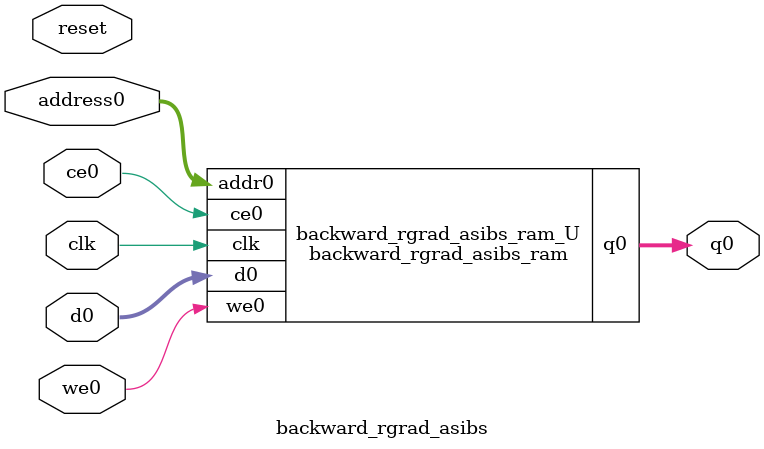
<source format=v>
`timescale 1 ns / 1 ps
module backward_rgrad_asibs_ram (addr0, ce0, d0, we0, q0,  clk);

parameter DWIDTH = 32;
parameter AWIDTH = 9;
parameter MEM_SIZE = 450;

input[AWIDTH-1:0] addr0;
input ce0;
input[DWIDTH-1:0] d0;
input we0;
output reg[DWIDTH-1:0] q0;
input clk;

(* ram_style = "block" *)reg [DWIDTH-1:0] ram[0:MEM_SIZE-1];




always @(posedge clk)  
begin 
    if (ce0) 
    begin
        if (we0) 
        begin 
            ram[addr0] <= d0; 
        end 
        q0 <= ram[addr0];
    end
end


endmodule

`timescale 1 ns / 1 ps
module backward_rgrad_asibs(
    reset,
    clk,
    address0,
    ce0,
    we0,
    d0,
    q0);

parameter DataWidth = 32'd32;
parameter AddressRange = 32'd450;
parameter AddressWidth = 32'd9;
input reset;
input clk;
input[AddressWidth - 1:0] address0;
input ce0;
input we0;
input[DataWidth - 1:0] d0;
output[DataWidth - 1:0] q0;



backward_rgrad_asibs_ram backward_rgrad_asibs_ram_U(
    .clk( clk ),
    .addr0( address0 ),
    .ce0( ce0 ),
    .we0( we0 ),
    .d0( d0 ),
    .q0( q0 ));

endmodule


</source>
